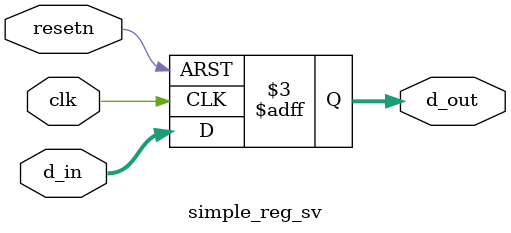
<source format=sv>
/*
*  File            :   simple_reg_sv.sv
*  Autor           :   Vlasov D.V.
*  Data            :   2019.08.20
*  Language        :   SystemVerilog
*  Description     :   This is simple register
*  Copyright(c)    :   2019 Vlasov D.V.
*/

module simple_reg_sv
(
    // clock and reset
    input   logic   [0 : 0]     clk,    // clock
    input   logic   [0 : 0]     resetn, // reset
    // data
    input   logic   [7 : 0]     d_in,   // data input
    output  logic   [7 : 0]     d_out   // data output
);

    always_ff @(posedge clk, negedge resetn)
        if( !resetn )
            d_out <= '0;
        else    
            d_out <= d_in;

endmodule : simple_reg_sv

</source>
